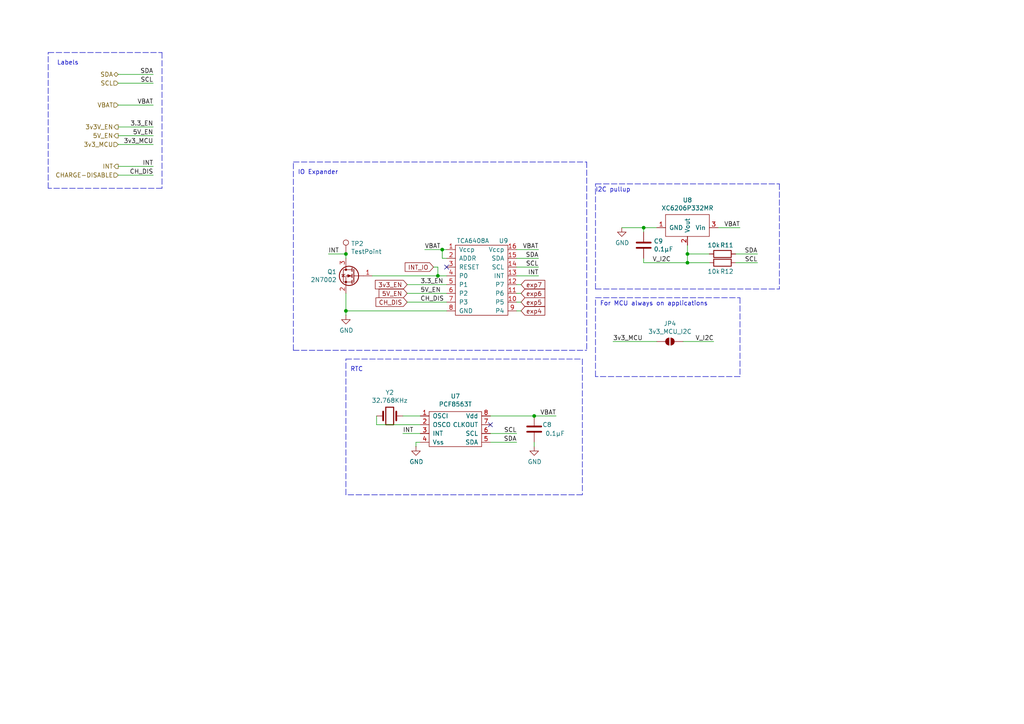
<source format=kicad_sch>
(kicad_sch (version 20250114) (generator "eeschema") (generator_version "9.0")
  (paper "A4")
  (title_block (title "SuperPower-uC") (date "2020-09-20") (rev "0.1") (comment 1 "Licence: CERN-OHL-W"))
  (lib_symbols
    (symbol "Connector:TestPoint" (pin_numbers (hide yes)) (pin_names (offset 0.762) (hide yes))
      (property "Reference" "TP" (at 0 6.858 0))
      (property "Value" "TestPoint" (at 0 5.08 0))
      (symbol "TestPoint_0_1"
        (circle (center 0 3.302) (radius 0.762))
      )
      (symbol "TestPoint_1_1"
        (pin passive line (at 0 0 90) (length 2.54) (name "1") (number "1"))
      )
    )
    (symbol "Device:C" (pin_numbers (hide yes)) (pin_names (offset 0.254))
      (property "Reference" "C" (at 0.635 2.54 0))
      (property "Value" "C" (at 0.635 -2.54 0))
      (symbol "C_0_1"
        (polyline (pts (xy -2.032 0.762) (xy 2.032 0.762)) (stroke (width 0.508)))
        (polyline (pts (xy -2.032 -0.762) (xy 2.032 -0.762)) (stroke (width 0.508)))
      )
      (symbol "C_1_1"
        (pin passive line (at 0 3.81 270) (length 2.794) (name "~") (number "1"))
        (pin passive line (at 0 -3.81 90) (length 2.794) (name "~") (number "2"))
      )
    )
    (symbol "Device:Crystal" (pin_numbers (hide yes)) (pin_names (offset 1.016) (hide yes))
      (property "Reference" "Y" (at 0 3.81 0))
      (property "Value" "Crystal" (at 0 -3.81 0))
      (symbol "Crystal_0_1"
        (polyline (pts (xy -2.54 0) (xy -1.905 0)))
        (polyline (pts (xy -1.905 -1.27) (xy -1.905 1.27)) (stroke (width 0.508)))
        (rectangle (start -1.143 2.54) (end 1.143 -2.54) (stroke (width 0.3048)))
        (polyline (pts (xy 1.905 -1.27) (xy 1.905 1.27)) (stroke (width 0.508)))
        (polyline (pts (xy 2.54 0) (xy 1.905 0)))
      )
      (symbol "Crystal_1_1"
        (pin passive line (at -3.81 0 0) (length 1.27) (name "1") (number "1"))
        (pin passive line (at 3.81 0 180) (length 1.27) (name "2") (number "2"))
      )
    )
    (symbol "Device:R" (pin_numbers (hide yes)) (pin_names (offset 0))
      (property "Reference" "R" (at 2.032 0 90))
      (property "Value" "R" (at 0 0 90))
      (symbol "R_0_1"
        (rectangle (start -1.016 -2.54) (end 1.016 2.54) (stroke (width 0.254)))
      )
      (symbol "R_1_1"
        (pin passive line (at 0 3.81 270) (length 1.27) (name "~") (number "1"))
        (pin passive line (at 0 -3.81 90) (length 1.27) (name "~") (number "2"))
      )
    )
    (symbol "Jumper:SolderJumper_2_Open" (pin_numbers (hide yes)) (pin_names (offset 0) (hide yes)) (exclude_from_sim yes) (in_bom no)
      (property "Reference" "JP" (at 0 2.032 0))
      (property "Value" "SolderJumper_2_Open" (at 0 -2.54 0))
      (symbol "SolderJumper_2_Open_0_1"
        (polyline (pts (xy -0.254 1.016) (xy -0.254 -1.016)))
        (arc (start -0.254 -1.016) (mid -1.2656 0) (end -0.254 1.016))
        (arc (start -0.254 -1.016) (mid -1.2656 0) (end -0.254 1.016) (fill (type outline)))
        (arc (start 0.254 1.016) (mid 1.2656 0) (end 0.254 -1.016))
        (arc (start 0.254 1.016) (mid 1.2656 0) (end 0.254 -1.016) (fill (type outline)))
        (polyline (pts (xy 0.254 1.016) (xy 0.254 -1.016)))
      )
      (symbol "SolderJumper_2_Open_1_1"
        (pin passive line (at -3.81 0 0) (length 2.54) (name "A") (number "1"))
        (pin passive line (at 3.81 0 180) (length 2.54) (name "B") (number "2"))
      )
    )
    (symbol "PCF8563T:PCF8563T" (pin_names (offset 0.9906))
      (property "Reference" "U" (at 6.35 5.08 0))
      (property "Value" "PCF8563T" (at -2.54 5.08 0))
      (symbol "PCF8563T_0_0"
        (pin passive line (at -10.16 2.54 0) (length 2.54) (name "OSCI") (number "1"))
        (pin passive line (at -10.16 0 0) (length 2.54) (name "OSCO") (number "2"))
        (pin open_collector line (at -10.16 -2.54 0) (length 2.54) (name "INT") (number "3"))
        (pin power_in line (at -10.16 -5.08 0) (length 2.54) (name "Vss") (number "4"))
        (pin power_in line (at 10.16 2.54 180) (length 2.54) (name "Vdd") (number "8"))
        (pin output line (at 10.16 0 180) (length 2.54) (name "CLKOUT") (number "7"))
        (pin input line (at 10.16 -2.54 180) (length 2.54) (name "SCL") (number "6"))
        (pin bidirectional line (at 10.16 -5.08 180) (length 2.54) (name "SDA") (number "5"))
      )
      (symbol "PCF8563T_0_1"
        (rectangle (start -7.62 3.81) (end 7.62 -6.35))
      )
    )
    (symbol "TCA6408APWR:TCA6408A" (pin_names (offset 1.016))
      (property "Reference" "U" (at 6.35 6.35 0))
      (property "Value" "TCA6408A" (at -2.54 6.35 0))
      (symbol "TCA6408A_0_0"
        (pin power_in line (at -10.16 3.81 0) (length 2.54) (name "Vccp") (number "1"))
        (pin input line (at -10.16 1.27 0) (length 2.54) (name "ADDR") (number "2"))
        (pin input line (at -10.16 -1.27 0) (length 2.54) (name "RESET") (number "3"))
        (pin bidirectional line (at -10.16 -3.81 0) (length 2.54) (name "P0") (number "4"))
        (pin bidirectional line (at -10.16 -6.35 0) (length 2.54) (name "P1") (number "5"))
        (pin bidirectional line (at -10.16 -8.89 0) (length 2.54) (name "P2") (number "6"))
        (pin bidirectional line (at -10.16 -11.43 0) (length 2.54) (name "P3") (number "7"))
        (pin power_in line (at -10.16 -13.97 0) (length 2.54) (name "GND") (number "8"))
        (pin input line (at 10.16 3.81 180) (length 2.54) (name "Vccp") (number "16"))
        (pin bidirectional line (at 10.16 1.27 180) (length 2.54) (name "SDA") (number "15"))
        (pin input line (at 10.16 -1.27 180) (length 2.54) (name "SCL") (number "14"))
        (pin open_collector line (at 10.16 -3.81 180) (length 2.54) (name "INT") (number "13"))
        (pin bidirectional line (at 10.16 -6.35 180) (length 2.54) (name "P7") (number "12"))
        (pin bidirectional line (at 10.16 -8.89 180) (length 2.54) (name "P6") (number "11"))
        (pin bidirectional line (at 10.16 -11.43 180) (length 2.54) (name "P5") (number "10"))
        (pin bidirectional line (at 10.16 -13.97 180) (length 2.54) (name "P4") (number "9"))
      )
      (symbol "TCA6408A_0_1"
        (rectangle (start 7.62 5.08) (end -7.62 -15.24))
      )
    )
    (symbol "Transistor_FET:2N7002" (pin_names (hide yes))
      (property "Reference" "Q" (at 5.08 1.905 0))
      (property "Value" "2N7002" (at 5.08 0 0))
      (symbol "2N7002_0_1"
        (polyline (pts (xy 0.254 1.905) (xy 0.254 -1.905)) (stroke (width 0.254)))
        (polyline (pts (xy 0.254 0) (xy -2.54 0)))
        (polyline (pts (xy 0.762 2.286) (xy 0.762 1.27)) (stroke (width 0.254)))
        (polyline (pts (xy 0.762 0.508) (xy 0.762 -0.508)) (stroke (width 0.254)))
        (polyline (pts (xy 0.762 -1.27) (xy 0.762 -2.286)) (stroke (width 0.254)))
        (polyline (pts (xy 0.762 -1.778) (xy 3.302 -1.778) (xy 3.302 1.778) (xy 0.762 1.778)))
        (polyline (pts (xy 1.016 0) (xy 2.032 0.381) (xy 2.032 -0.381) (xy 1.016 0)) (fill (type outline)))
        (circle (center 1.651 0) (radius 2.794) (stroke (width 0.254)))
        (polyline (pts (xy 2.54 2.54) (xy 2.54 1.778)))
        (circle (center 2.54 1.778) (radius 0.254) (fill (type outline)))
        (circle (center 2.54 -1.778) (radius 0.254) (fill (type outline)))
        (polyline (pts (xy 2.54 -2.54) (xy 2.54 0) (xy 0.762 0)))
        (polyline (pts (xy 2.794 0.508) (xy 2.921 0.381) (xy 3.683 0.381) (xy 3.81 0.254)))
        (polyline (pts (xy 3.302 0.381) (xy 2.921 -0.254) (xy 3.683 -0.254) (xy 3.302 0.381)))
      )
      (symbol "2N7002_1_1"
        (pin input line (at -5.08 0 0) (length 2.54) (name "G") (number "1"))
        (pin passive line (at 2.54 5.08 270) (length 2.54) (name "D") (number "3"))
        (pin passive line (at 2.54 -5.08 90) (length 2.54) (name "S") (number "2"))
      )
    )
    (symbol "XC6206P332MR:XC6206P332MR" (pin_names (offset 1.016))
      (property "Reference" "U" (at 5.08 0 0))
      (property "Value" "XC6206P332MR" (at 0 2.54 0))
      (symbol "XC6206P332MR_0_0"
        (pin input line (at -8.89 -2.54 0) (length 2.54) (name "GND") (number "1"))
        (pin output line (at 0 -7.62 90) (length 2.54) (name "Vout") (number "2"))
        (pin input line (at 8.89 -2.54 180) (length 2.54) (name "Vin") (number "3"))
      )
      (symbol "XC6206P332MR_0_1"
        (rectangle (start -6.35 1.27) (end 6.35 -5.08))
      )
    )
    (symbol "power:GND" (power) (pin_numbers (hide yes)) (pin_names (offset 0) (hide yes))
      (property "Value" "GND" (at 0 -3.81 0))
      (symbol "GND_0_1"
        (polyline (pts (xy 0 0) (xy 0 -1.27) (xy 1.27 -1.27) (xy 0 -2.54) (xy -1.27 -1.27) (xy 0 -1.27)))
      )
      (symbol "GND_1_1"
        (pin power_in line (at 0 0 270) (length 0) (name "~") (number "1"))
      )
    )
  )
  (text "For MCU always on applications" (at 173.99 88.9 0) (effects (font (size 1.27 1.27)) (justify left bottom)))
  (text "I2C pullup\n" (at 172.72 55.88 0) (effects (font (size 1.27 1.27)) (justify left bottom)))
  (text "Labels\n" (at 16.51 19.05 0) (effects (font (size 1.27 1.27)) (justify left bottom)))
  (text "IO Expander" (at 86.36 50.8 0) (effects (font (size 1.27 1.27)) (justify left bottom)))
  (text "RTC\n" (at 101.6 107.95 0) (effects (font (size 1.27 1.27)) (justify left bottom)))
  (junction (at 100.33 73.66))
  (junction (at 199.39 73.66))
  (junction (at 127 80.01))
  (junction (at 199.39 76.2))
  (junction (at 128.27 72.39))
  (junction (at 154.94 120.65))
  (junction (at 100.33 90.17))
  (junction (at 186.69 66.04))
  (no_connect (at 129.54 77.47))
  (no_connect (at 142.24 123.19))
  (polyline (pts (xy 168.91 104.14) (xy 168.91 143.51)) (stroke (width 0) (type dash)))
  (wire (pts (xy 149.86 85.09) (xy 151.13 85.09)))
  (wire (pts (xy 128.27 74.93) (xy 129.54 74.93)))
  (wire (pts (xy 199.39 73.66) (xy 205.74 73.66)))
  (wire (pts (xy 190.5 66.04) (xy 186.69 66.04)))
  (polyline (pts (xy 214.63 86.36) (xy 214.63 109.22)) (stroke (width 0) (type dash)))
  (wire (pts (xy 186.69 66.04) (xy 180.34 66.04)))
  (wire (pts (xy 120.65 128.27) (xy 121.92 128.27)))
  (wire (pts (xy 34.29 39.37) (xy 44.45 39.37)))
  (wire (pts (xy 151.13 82.55) (xy 149.86 82.55)))
  (wire (pts (xy 154.94 129.54) (xy 154.94 128.27)))
  (wire (pts (xy 149.86 90.17) (xy 151.13 90.17)))
  (wire (pts (xy 142.24 128.27) (xy 149.86 128.27)))
  (polyline (pts (xy 85.09 101.6) (xy 170.18 101.6)) (stroke (width 0) (type dash)))
  (wire (pts (xy 199.39 71.12) (xy 199.39 73.66)))
  (wire (pts (xy 34.29 41.91) (xy 44.45 41.91)))
  (wire (pts (xy 149.86 74.93) (xy 156.21 74.93)))
  (wire (pts (xy 109.22 123.19) (xy 121.92 123.19)))
  (wire (pts (xy 128.27 72.39) (xy 128.27 74.93)))
  (wire (pts (xy 154.94 120.65) (xy 161.29 120.65)))
  (wire (pts (xy 199.39 76.2) (xy 205.74 76.2)))
  (wire (pts (xy 118.11 85.09) (xy 129.54 85.09)))
  (wire (pts (xy 151.13 87.63) (xy 149.86 87.63)))
  (wire (pts (xy 34.29 30.48) (xy 44.45 30.48)))
  (wire (pts (xy 208.28 66.04) (xy 214.63 66.04)))
  (wire (pts (xy 190.5 99.06) (xy 177.8 99.06)))
  (wire (pts (xy 129.54 80.01) (xy 127 80.01)))
  (polyline (pts (xy 172.72 53.34) (xy 226.06 53.34)) (stroke (width 0) (type dash)))
  (wire (pts (xy 118.11 82.55) (xy 129.54 82.55)))
  (polyline (pts (xy 85.09 101.6) (xy 85.09 46.99)) (stroke (width 0) (type dash)))
  (wire (pts (xy 120.65 129.54) (xy 120.65 128.27)))
  (wire (pts (xy 149.86 77.47) (xy 156.21 77.47)))
  (wire (pts (xy 100.33 85.09) (xy 100.33 90.17)))
  (wire (pts (xy 186.69 76.2) (xy 186.69 74.93)))
  (wire (pts (xy 149.86 72.39) (xy 156.21 72.39)))
  (wire (pts (xy 118.11 87.63) (xy 129.54 87.63)))
  (polyline (pts (xy 172.72 83.82) (xy 172.72 53.34)) (stroke (width 0) (type dash)))
  (polyline (pts (xy 85.09 46.99) (xy 170.18 46.99)) (stroke (width 0) (type dash)))
  (wire (pts (xy 34.29 24.13) (xy 44.45 24.13)))
  (wire (pts (xy 109.22 120.65) (xy 109.22 123.19)))
  (wire (pts (xy 116.84 125.73) (xy 121.92 125.73)))
  (wire (pts (xy 142.24 125.73) (xy 149.86 125.73)))
  (polyline (pts (xy 13.97 54.61) (xy 13.97 15.24)) (stroke (width 0) (type dash)))
  (wire (pts (xy 127 77.47) (xy 127 80.01)))
  (wire (pts (xy 213.36 76.2) (xy 219.71 76.2)))
  (wire (pts (xy 207.01 99.06) (xy 198.12 99.06)))
  (polyline (pts (xy 226.06 53.34) (xy 226.06 83.82)) (stroke (width 0) (type dash)))
  (wire (pts (xy 95.25 73.66) (xy 100.33 73.66)))
  (wire (pts (xy 34.29 21.59) (xy 44.45 21.59)))
  (wire (pts (xy 149.86 80.01) (xy 156.21 80.01)))
  (wire (pts (xy 199.39 76.2) (xy 186.69 76.2)))
  (wire (pts (xy 199.39 73.66) (xy 199.39 76.2)))
  (polyline (pts (xy 172.72 109.22) (xy 172.72 86.36)) (stroke (width 0) (type dash)))
  (polyline (pts (xy 172.72 86.36) (xy 214.63 86.36)) (stroke (width 0) (type dash)))
  (wire (pts (xy 142.24 120.65) (xy 154.94 120.65)))
  (polyline (pts (xy 170.18 46.99) (xy 170.18 101.6)) (stroke (width 0) (type dash)))
  (wire (pts (xy 100.33 90.17) (xy 100.33 91.44)))
  (wire (pts (xy 34.29 48.26) (xy 44.45 48.26)))
  (wire (pts (xy 44.45 50.8) (xy 34.29 50.8)))
  (wire (pts (xy 100.33 90.17) (xy 129.54 90.17)))
  (polyline (pts (xy 46.99 15.24) (xy 46.99 54.61)) (stroke (width 0) (type dash)))
  (polyline (pts (xy 100.33 104.14) (xy 168.91 104.14)) (stroke (width 0) (type dash)))
  (wire (pts (xy 100.33 73.66) (xy 100.33 74.93)))
  (wire (pts (xy 127 80.01) (xy 107.95 80.01)))
  (wire (pts (xy 34.29 36.83) (xy 44.45 36.83)))
  (wire (pts (xy 121.92 120.65) (xy 116.84 120.65)))
  (polyline (pts (xy 214.63 109.22) (xy 172.72 109.22)) (stroke (width 0) (type dash)))
  (wire (pts (xy 125.73 77.47) (xy 127 77.47)))
  (polyline (pts (xy 13.97 15.24) (xy 46.99 15.24)) (stroke (width 0) (type dash)))
  (polyline (pts (xy 168.91 143.51) (xy 100.33 143.51)) (stroke (width 0) (type dash)))
  (wire (pts (xy 213.36 73.66) (xy 219.71 73.66)))
  (wire (pts (xy 123.19 72.39) (xy 128.27 72.39)))
  (wire (pts (xy 186.69 66.04) (xy 186.69 67.31)))
  (polyline (pts (xy 100.33 143.51) (xy 100.33 104.14)) (stroke (width 0) (type dash)))
  (wire (pts (xy 129.54 72.39) (xy 128.27 72.39)))
  (polyline (pts (xy 46.99 54.61) (xy 13.97 54.61)) (stroke (width 0) (type dash)))
  (polyline (pts (xy 172.72 83.82) (xy 226.06 83.82)) (stroke (width 0) (type dash)))
  (label "3.3_EN" (at 121.92 82.55 0))
  (label "INT" (at 156.21 80.01 180))
  (label "3v3_MCU" (at 177.8 99.06 0))
  (label "VBAT" (at 161.29 120.65 180))
  (label "SDA" (at 156.21 74.93 180))
  (label "CH_DIS" (at 121.92 87.63 0))
  (label "3v3_MCU" (at 44.45 41.91 180))
  (label "SCL" (at 156.21 77.47 180))
  (label "V_I2C" (at 189.23 76.2 0))
  (label "V_I2C" (at 207.01 99.06 180))
  (label "5V_EN" (at 121.92 85.09 0))
  (label "SDA" (at 44.45 21.59 180))
  (label "INT" (at 116.84 125.73 0))
  (label "VBAT" (at 44.45 30.48 180))
  (label "SDA" (at 219.71 73.66 180))
  (label "5V_EN" (at 44.45 39.37 180))
  (label "3.3_EN" (at 44.45 36.83 180))
  (label "INT" (at 95.25 73.66 0))
  (label "CH_DIS" (at 44.45 50.8 180))
  (label "SCL" (at 44.45 24.13 180))
  (label "VBAT" (at 214.63 66.04 180))
  (label "SDA" (at 149.86 128.27 180))
  (label "SCL" (at 149.86 125.73 180))
  (label "SCL" (at 219.71 76.2 180))
  (label "VBAT" (at 156.21 72.39 180))
  (label "VBAT" (at 123.19 72.39 0))
  (label "INT" (at 44.45 48.26 180))
  (global_label "5V_EN" (shape input) (at 118.11 85.09 180) (property "Intersheetrefs" "${INTERSHEET_REFS}" (effects (hide yes))))
  (global_label "CH_DIS" (shape input) (at 118.11 87.63 180) (property "Intersheetrefs" "${INTERSHEET_REFS}" (effects (hide yes))))
  (global_label "exp7" (shape input) (at 151.13 82.55 0) (property "Intersheetrefs" "${INTERSHEET_REFS}" (effects (hide yes))))
  (global_label "exp5" (shape input) (at 151.13 87.63 0) (property "Intersheetrefs" "${INTERSHEET_REFS}" (effects (hide yes))))
  (global_label "INT_IO" (shape input) (at 125.73 77.47 180) (property "Intersheetrefs" "${INTERSHEET_REFS}" (effects (hide yes))))
  (global_label "exp4" (shape input) (at 151.13 90.17 0) (property "Intersheetrefs" "${INTERSHEET_REFS}" (effects (hide yes))))
  (global_label "exp6" (shape input) (at 151.13 85.09 0) (property "Intersheetrefs" "${INTERSHEET_REFS}" (effects (hide yes))))
  (global_label "3v3_EN" (shape input) (at 118.11 82.55 180) (property "Intersheetrefs" "${INTERSHEET_REFS}" (effects (hide yes))))
  (hierarchical_label "5V_EN" (shape output) (at 34.29 39.37 180))
  (hierarchical_label "INT" (shape output) (at 34.29 48.26 180))
  (hierarchical_label "CHARGE-DISABLE" (shape input) (at 34.29 50.8 180))
  (hierarchical_label "3v3_MCU" (shape input) (at 34.29 41.91 180))
  (hierarchical_label "3v3V_EN" (shape output) (at 34.29 36.83 180))
  (hierarchical_label "SCL" (shape input) (at 34.29 24.13 180))
  (hierarchical_label "SDA" (shape bidirectional) (at 34.29 21.59 180))
  (hierarchical_label "VBAT" (shape input) (at 34.29 30.48 180))
  (symbol (lib_id "PCF8563T:PCF8563T") (at 132.08 123.19 0) (unit 1)
    (property "Reference" "U7" (at 132.08 114.935 0))
    (property "Value" "PCF8563T" (at 132.08 117.2464 0))
    (property "Footprint" "Package_SO:SOIC-8_3.9x4.9mm_P1.27mm" (effects (hide yes)))
    (property "Datasheet" "https://www.nxp.com/docs/en/data-sheet/PCF8563.pdf" (effects (hide yes)))
    (property "LCSC" "C7440" (effects (hide yes)))
  )
  (symbol (lib_id "power:GND") (at 120.65 129.54 0) (unit 1)
    (property "Reference" "#PWR0106" (effects (hide yes)))
    (property "Value" "GND" (at 120.777 133.9342 0))
  )
  (symbol (lib_id "Device:C") (at 154.94 124.46 180) (unit 1)
    (property "Reference" "C8" (at 160.02 123.19 0) (effects (justify left)))
    (property "Value" "0.1µF" (at 163.83 125.73 0) (effects (justify left)))
    (property "Footprint" "Capacitor_SMD:C_0603_1608Metric_Pad1.08x0.95mm_HandSolder" (effects (hide yes)))
    (property "LCSC" "C14858" (effects (hide yes)))
  )
  (symbol (lib_id "Device:Crystal") (at 113.03 120.65 0) (unit 1)
    (property "Reference" "Y2" (at 113.03 113.8428 0))
    (property "Value" "32.768KHz" (at 113.03 116.1542 0))
    (property "Footprint" "Crystal:Crystal_SMD_3215-2Pin_3.2x1.5mm" (effects (hide yes)))
    (property "Datasheet" "1901081604_Seiko-Epson-Q13FC1350000400_C32346.pdf" (effects (hide yes)))
    (property "LCSC" "C32346" (effects (hide yes)))
  )
  (symbol (lib_id "power:GND") (at 154.94 129.54 0) (unit 1)
    (property "Reference" "#PWR0107" (effects (hide yes)))
    (property "Value" "GND" (at 155.067 133.9342 0))
  )
  (symbol (lib_id "XC6206P332MR:XC6206P332MR") (at 199.39 63.5 0) (unit 1)
    (property "Reference" "U8" (at 199.39 58.039 0))
    (property "Value" "XC6206P332MR" (at 199.39 60.3504 0))
    (property "Footprint" "Package_TO_SOT_SMD:SOT-23_Handsoldering" (effects (hide yes)))
    (property "Datasheet" "https://www.torexsemi.com/file/xc6206/XC6206.pdf" (effects (hide yes)))
    (property "LCSC" "C5446" (effects (hide yes)))
  )
  (symbol (lib_id "Device:C") (at 186.69 71.12 0) (unit 1)
    (property "Reference" "C9" (at 189.611 69.9516 0) (effects (justify left)))
    (property "Value" "0.1µF" (at 189.611 72.263 0) (effects (justify left)))
    (property "Footprint" "Capacitor_SMD:C_0603_1608Metric_Pad1.08x0.95mm_HandSolder" (effects (hide yes)))
    (property "LCSC" "C14858" (effects (hide yes)))
  )
  (symbol (lib_id "Device:R") (at 209.55 76.2 270) (unit 1)
    (property "Reference" "R12" (at 210.82 78.74 90))
    (property "Value" "10k" (at 207.01 78.74 90))
    (property "Footprint" "Resistor_SMD:R_0603_1608Metric_Pad0.98x0.95mm_HandSolder" (effects (hide yes)))
    (property "LCSC" "C25804" (effects (hide yes)))
  )
  (symbol (lib_id "Device:R") (at 209.55 73.66 270) (unit 1)
    (property "Reference" "R11" (at 210.82 71.12 90))
    (property "Value" "10k" (at 207.01 71.12 90))
    (property "Footprint" "Resistor_SMD:R_0603_1608Metric_Pad0.98x0.95mm_HandSolder" (effects (hide yes)))
    (property "LCSC" "C25804" (effects (hide yes)))
  )
  (symbol (lib_id "power:GND") (at 180.34 66.04 0) (unit 1)
    (property "Reference" "#PWR0108" (effects (hide yes)))
    (property "Value" "GND" (at 180.467 70.4342 0))
  )
  (symbol (lib_id "TCA6408APWR:TCA6408A") (at 139.7 76.2 0) (unit 1)
    (property "Reference" "U9" (at 146.05 69.85 0))
    (property "Value" "TCA6408A" (at 137.16 69.85 0))
    (property "Footprint" "Package_SO:TSSOP-16_4.4x5mm_P0.65mm" (effects (hide yes)))
    (property "Datasheet" "https://www.ti.com/lit/ds/symlink/tca6408a.pdf?ts=1602171918658&ref_url=https%253A%252F%252Fwww.ti.com%252Fproduct%252FTCA6408A" (effects (hide yes)))
    (property "LCSC" "C206177" (effects (hide yes)))
  )
  (symbol (lib_id "power:GND") (at 100.33 91.44 0) (unit 1)
    (property "Reference" "#PWR0109" (effects (hide yes)))
    (property "Value" "GND" (at 100.457 95.8342 0))
  )
  (symbol (lib_id "Transistor_FET:2N7002") (at 102.87 80.01 0) (mirror y) (unit 1)
    (property "Reference" "Q1" (at 97.663 78.8416 0) (effects (justify left)))
    (property "Value" "2N7002" (at 97.663 81.153 0) (effects (justify left)))
    (property "Footprint" "Package_TO_SOT_SMD:SOT-23" (effects (hide yes)))
    (property "Datasheet" "https://www.fairchildsemi.com/datasheets/2N/2N7002.pdf" (effects (hide yes)))
    (property "LCSC" "C8545" (effects (hide yes)))
  )
  (symbol (lib_id "Jumper:SolderJumper_2_Open") (at 194.31 99.06 0) (unit 1)
    (property "Reference" "JP4" (at 194.31 93.853 0))
    (property "Value" "3v3_MCU_I2C" (at 194.31 96.1644 0))
    (property "Footprint" "Jumper:SolderJumper-2_P1.3mm_Open_Pad1.0x1.5mm" (effects (hide yes)))
  )
  (symbol (lib_id "Connector:TestPoint") (at 100.33 73.66 0) (unit 1)
    (property "Reference" "TP2" (at 101.8032 70.6628 0) (effects (justify left)))
    (property "Value" "TestPoint" (at 101.8032 72.9742 0) (effects (justify left)))
    (property "Footprint" "TestPoint:TestPoint_Pad_1.5x1.5mm" (effects (hide yes)))
  )
)
</source>
